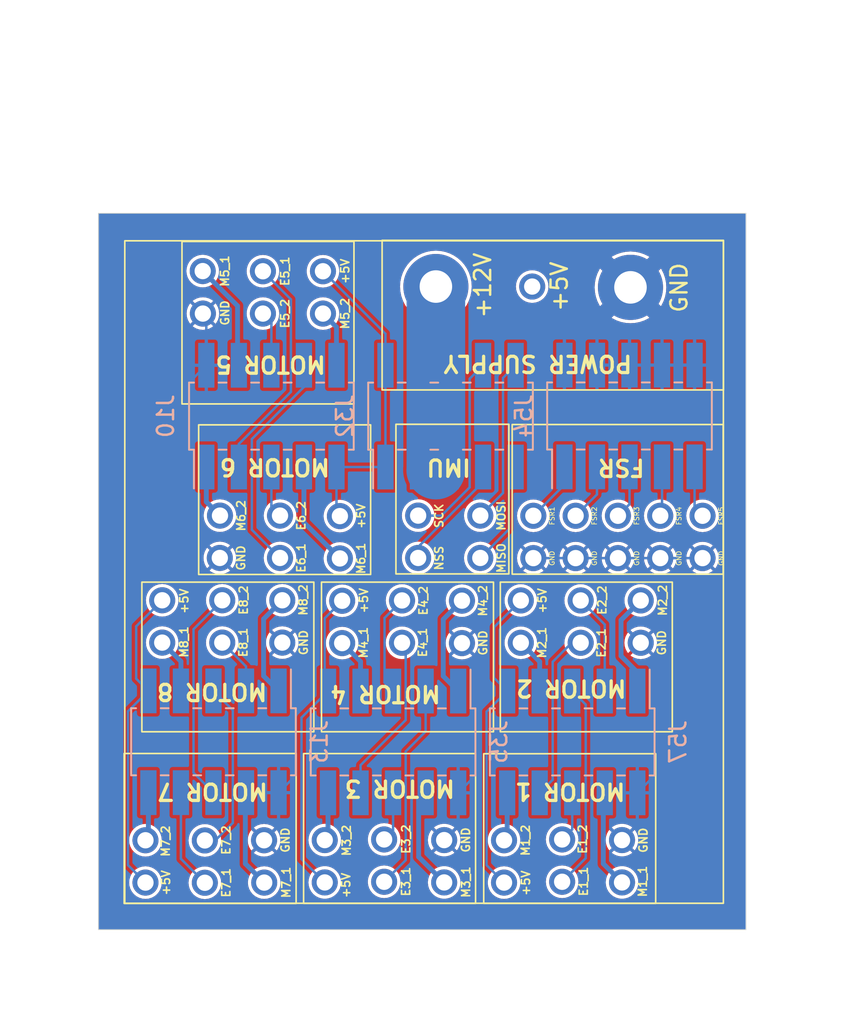
<source format=kicad_pcb>
(kicad_pcb (version 20240108) (generator "pcbnew") (generator_version "8.0")
  (layers (0 "F.Cu" signal) (1 "In1.Cu" power) (2 "In2.Cu" signal) (31 "B.Cu" signal) (34 "B.Paste" user) (35 "F.Paste" user) (36 "B.SilkS" user "B.Silkscreen") (37 "F.SilkS" user "F.Silkscreen") (38 "B.Mask" user) (39 "F.Mask" user) (44 "Edge.Cuts" user))
  (net 0 "")
  (net 1 "/+12V")
  (net 2 "/SCK_CON")
  (net 3 "/MOSI_CON")
  (net 4 "/NSS_CON")
  (net 5 "/MISO_CON")
  (net 6 "FSR2")
  (net 7 "FSR1")
  (net 8 "FSR5")
  (net 9 "FSR3")
  (net 10 "FSR4")
  (net 11 "ENC1_S1")
  (net 12 "M1_2")
  (net 13 "M1_1")
  (net 14 "GND")
  (net 15 "ENC1_S2")
  (net 16 "+5V")
  (net 17 "M8_1")
  (net 18 "ENC7_S2")
  (net 19 "ENC8_S2")
  (net 20 "ENC7_S1")
  (net 21 "M7_1")
  (net 22 "M8_2")
  (net 23 "ENC8_S1")
  (net 24 "M7_2")
  (net 25 "M2_2")
  (net 26 "ENC2_S1")
  (net 27 "ENC2_S2")
  (net 28 "M2_1")
  (net 29 "ENC4_S2")
  (net 30 "ENC3_S1")
  (net 31 "M4_1")
  (net 32 "M4_2")
  (net 33 "M3_1")
  (net 34 "ENC3_S2")
  (net 35 "M3_2")
  (net 36 "ENC4_S1")
  (net 37 "M5_2")
  (net 38 "M5_1")
  (net 39 "ENC5_S2")
  (net 40 "ENC5_S1")
  (net 41 "M6_2")
  (net 42 "ENC6_S1")
  (net 43 "M6_1")
  (net 44 "ENC6_S2")
  (footprint "Connector_Wire:SolderWire-0.1sqmm_1x01_D0.4mm_OD1mm" (layer "F.Cu") (at 165.96 103.62 -90)
    (property "Reference" "E4_2" (at 0.01 -1.31 90) (layer "F.SilkS") (effects (font (size 0.5 0.5) (thickness 0.1) (bold yes))))
    (property "Value" "Conn_01x01")
    (pad "1" thru_hole circle (at 0 0 270) (size 1.6 1.6) (drill 1) (layers "*.Cu" "*.Mask") (net 29 "ENC4_S2"))
  )
  (footprint "Connector_Wire:SolderWire-0.1sqmm_1x01_D0.4mm_OD1mm" (layer "F.Cu") (at 162.28 106.24 -90)
    (property "Reference" "M4_1" (at -0.03 -1.31 90) (layer "F.SilkS") (effects (font (size 0.5 0.5) (thickness 0.1) (bold yes))))
    (property "Value" "Conn_01x01")
    (pad "1" thru_hole circle (at 0 0 270) (size 1.6 1.6) (drill 1) (layers "*.Cu" "*.Mask") (net 31 "M4_1"))
  )
  (footprint "Connector_Wire:SolderWire-0.1sqmm_1x01_D0.4mm_OD1mm" (layer "F.Cu") (at 164.86 120.9 -90)
    (property "Reference" "E3_1" (at -0.01 -1.34 90) (layer "F.SilkS") (effects (font (size 0.5 0.5) (thickness 0.1) (bold yes))))
    (property "Value" "Conn_01x01")
    (pad "1" thru_hole circle (at 0 0 270) (size 1.6 1.6) (drill 1) (layers "*.Cu" "*.Mask") (net 30 "ENC3_S1"))
  )
  (footprint "Connector_Wire:SolderWire-0.1sqmm_1x01_D0.4mm_OD1mm" (layer "F.Cu") (at 176.63 98.42 -90)
    (property "Reference" "FSR2" (at 0.01 -1.15 90) (layer "F.SilkS") (effects (font (size 0.3 0.3) (thickness 0.05) (bold yes))))
    (property "Value" "Conn_01x01")
    (pad "1" thru_hole circle (at 0 0 270) (size 1.6 1.6) (drill 1) (layers "*.Cu" "*.Mask") (net 6 "FSR2"))
  )
  (footprint "Connector_Wire:SolderWire-0.1sqmm_1x01_D0.4mm_OD1mm" (layer "F.Cu") (at 170.77 98.41 -90)
    (property "Reference" "MOSI" (at 0.01 -1.29 90) (layer "F.SilkS") (effects (font (size 0.5 0.5) (thickness 0.1) (bold yes))))
    (property "Value" "Conn_01x01")
    (pad "1" thru_hole circle (at 0 0 270) (size 1.6 1.6) (drill 1) (layers "*.Cu" "*.Mask") (net 3 "/MOSI_CON"))
  )
  (footprint "Connector_Wire:SolderWire-0.1sqmm_1x01_D0.4mm_OD1mm" (layer "F.Cu") (at 181.83 98.42 -90)
    (property "Reference" "FSR4" (at 0.01 -1.15 90) (layer "F.SilkS") (effects (font (size 0.3 0.3) (thickness 0.05) (bold yes))))
    (property "Value" "Conn_01x01")
    (pad "1" thru_hole circle (at 0 0 270) (size 1.6 1.6) (drill 1) (layers "*.Cu" "*.Mask") (net 10 "FSR4"))
  )
  (footprint "Connector_Wire:SolderWire-0.1sqmm_1x01_D0.4mm_OD1mm" (layer "F.Cu") (at 154.76 101.01 -90)
    (property "Reference" "GND" (at 0 -1.3 90) (layer "F.SilkS") (effects (font (size 0.5 0.5) (thickness 0.1) (bold yes))))
    (property "Value" "Conn_01x01")
    (pad "1" thru_hole circle (at 0 0 270) (size 1.6 1.6) (drill 1) (layers "*.Cu" "*.Mask") (net 14 "GND"))
  )
  (footprint "Connector_Wire:SolderWire-0.1sqmm_1x01_D0.4mm_OD1mm" (layer "F.Cu") (at 150.19 118.35 -90)
    (property "Reference" "M7_2" (at 0.05 -1.24 -90) (layer "F.SilkS") (effects (font (size 0.5 0.5) (thickness 0.1))))
    (property "Value" "Conn_01x01")
    (pad "1" thru_hole circle (at 0 0 270) (size 1.6 1.6) (drill 1) (layers "*.Cu" "*.Mask") (net 24 "M7_2"))
  )
  (footprint "Connector_Wire:SolderWire-0.1sqmm_1x01_D0.4mm_OD1mm" (layer "F.Cu") (at 176.94 106.22 -90)
    (property "Reference" "E2_1" (at 0.01 -1.27 90) (layer "F.SilkS") (effects (font (size 0.5 0.5) (thickness 0.1) (bold yes))))
    (property "Value" "Conn_01x01")
    (pad "1" thru_hole circle (at 0 0 270) (size 1.6 1.6) (drill 1) (layers "*.Cu" "*.Mask") (net 26 "ENC2_S1"))
  )
  (footprint "Connector_Wire:SolderWire-0.1sqmm_1x01_D0.4mm_OD1mm" (layer "F.Cu") (at 184.43 98.42 -90)
    (property "Reference" "FSR5" (at 0.01 -1.15 90) (layer "F.SilkS") (effects (font (size 0.3 0.3) (thickness 0.05) (bold yes))))
    (property "Value" "Conn_01x01")
    (pad "1" thru_hole circle (at 0 0 270) (size 1.6 1.6) (drill 1) (layers "*.Cu" "*.Mask") (net 8 "FSR5"))
  )
  (footprint "Connector_Wire:SolderWire-0.1sqmm_1x01_D0.4mm_OD1mm" (layer "F.Cu") (at 168.55 120.94 -90)
    (property "Reference" "M3_1" (at -0.02 -1.34 90) (layer "F.SilkS") (effects (font (size 0.5 0.5) (thickness 0.1) (bold yes))))
    (property "Value" "Conn_01x01")
    (pad "1" thru_hole circle (at 0 0 270) (size 1.6 1.6) (drill 1) (layers "*.Cu" "*.Mask") (net 33 "M3_1"))
  )
  (footprint "Connector_Wire:SolderWire-0.1sqmm_1x01_D0.4mm_OD1mm" (layer "F.Cu") (at 176.63 101.02 -90)
    (property "Reference" "GND" (at 0.01 -1.15 90) (layer "F.SilkS") (effects (font (size 0.3 0.3) (thickness 0.05) (bold yes))))
    (property "Value" "Conn_01x01")
    (pad "1" thru_hole circle (at 0 0 270) (size 1.6 1.6) (drill 1) (layers "*.Cu" "*.Mask") (net 14 "GND"))
  )
  (footprint "Connector_Wire:SolderWire-0.1sqmm_1x01_D0.4mm_OD1mm" (layer "F.Cu") (at 174.03 101.02 -90)
    (property "Reference" "GND" (at 0.01 -1.15 90) (layer "F.SilkS") (effects (font (size 0.3 0.3) (thickness 0.05) (bold yes))))
    (property "Value" "Conn_01x01")
    (pad "1" thru_hole circle (at 0 0 270) (size 1.6 1.6) (drill 1) (layers "*.Cu" "*.Mask") (net 14 "GND"))
  )
  (footprint "Connector_Wire:SolderWire-0.1sqmm_1x01_D0.4mm_OD1mm" (layer "F.Cu") (at 174.03 98.42 -90)
    (property "Reference" "FSR1" (at 0.01 -1.15 90) (layer "F.SilkS") (effects (font (size 0.3 0.3) (thickness 0.05) (bold yes))))
    (property "Value" "Conn_01x01")
    (pad "1" thru_hole circle (at 0 0 270) (size 1.6 1.6) (drill 1) (layers "*.Cu" "*.Mask") (net 7 "FSR1"))
  )
  (footprint "Connector_Wire:SolderWire-0.1sqmm_1x01_D0.4mm_OD1mm" (layer "F.Cu") (at 170.77 101.01 -90)
    (property "Reference" "MISO" (at 0.01 -1.29 90) (layer "F.SilkS") (effects (font (size 0.5 0.5) (thickness 0.1) (bold yes))))
    (property "Value" "Conn_01x01")
    (pad "1" thru_hole circle (at 0 0 270) (size 1.6 1.6) (drill 1) (layers "*.Cu" "*.Mask") (net 5 "/MISO_CON"))
  )
  (footprint "Connector_Wire:SolderWire-0.1sqmm_1x01_D0.4mm_OD1mm" (layer "F.Cu") (at 179.23 101.02 -90)
    (property "Reference" "GND" (at 0.01 -1.15 90) (layer "F.SilkS") (effects (font (size 0.3 0.3) (thickness 0.05) (bold yes))))
    (property "Value" "Conn_01x01")
    (pad "1" thru_hole circle (at 0 0 270) (size 1.6 1.6) (drill 1) (layers "*.Cu" "*.Mask") (net 14 "GND"))
  )
  (footprint "Connector_Wire:SolderWire-0.1sqmm_1x01_D0.4mm_OD1mm" (layer "F.Cu") (at 168.55 118.34 -90)
    (property "Reference" "GND" (at -0.01 -1.33 90) (layer "F.SilkS") (effects (font (size 0.5 0.5) (thickness 0.1) (bold yes))))
    (property "Value" "Conn_01x01")
    (pad "1" thru_hole circle (at 0 0 270) (size 1.6 1.6) (drill 1) (layers "*.Cu" "*.Mask") (net 14 "GND"))
  )
  (footprint "Connector_Wire:SolderWire-0.1sqmm_1x01_D0.4mm_OD1mm" (layer "F.Cu") (at 154.91 106.21 -90)
    (property "Reference" "E8_1" (at -0.01 -1.29 90) (layer "F.SilkS") (effects (font (size 0.5 0.5) (thickness 0.1) (bold yes))))
    (property "Value" "Conn_01x01")
    (pad "1" thru_hole circle (at 0 0 270) (size 1.6 1.6) (drill 1) (layers "*.Cu" "*.Mask") (net 23 "ENC8_S1"))
  )
  (footprint "Connector_Wire:SolderWire-0.1sqmm_1x01_D0.4mm_OD1mm" (layer "F.Cu") (at 153.72 86 -90)
    (property "Reference" "GND" (at -0.04 -1.359999 90) (layer "F.SilkS") (effects (font (size 0.5 0.5) (thickness 0.1) (bold yes))))
    (property "Value" "Conn_01x01")
    (pad "1" thru_hole circle (at 0 0 270) (size 1.6 1.6) (drill 1) (layers "*.Cu" "*.Mask") (net 14 "GND"))
  )
  (footprint "Connector_Wire:SolderWire-0.1sqmm_1x01_D0.4mm_OD1mm" (layer "F.Cu") (at 164.86 118.3 -90)
    (property "Reference" "E3_2" (at -0.02 -1.35 90) (layer "F.SilkS") (effects (font (size 0.5 0.5) (thickness 0.1) (bold yes))))
    (property "Value" "Conn_01x01")
    (pad "1" thru_hole circle (at 0 0 270) (size 1.6 1.6) (drill 1) (layers "*.Cu" "*.Mask") (net 34 "ENC3_S2"))
  )
  (footprint "Connector_Wire:SolderWire-0.1sqmm_1x01_D0.4mm_OD1mm" (layer "F.Cu") (at 161.1 86 -90)
    (property "Reference" "M5_2" (at 0 -1.36 90) (layer "F.SilkS") (effects (font (size 0.5 0.5) (thickness 0.1) (bold yes))))
    (property "Value" "Conn_01x01")
    (pad "1" thru_hole circle (at 0 0 270) (size 1.6 1.6) (drill 1) (layers "*.Cu" "*.Mask") (net 37 "M5_2"))
  )
  (footprint "Connector_Wire:SolderWire-0.1sqmm_1x01_D0.4mm_OD1mm" (layer "F.Cu") (at 157.49 120.95 -90)
    (property "Reference" "M7_1" (at -0.01 -1.35 90) (layer "F.SilkS") (effects (font (size 0.5 0.5) (thickness 0.1) (bold yes))))
    (property "Value" "Conn_01x01")
    (pad "1" thru_hole circle (at 0 0 270) (size 1.6 1.6) (drill 1) (layers "*.Cu" "*.Mask") (net 21 "M7_1"))
  )
  (footprint "Connector_Wire:SolderWire-0.1sqmm_1x01_D0.4mm_OD1mm" (layer "F.Cu") (at 153.84 118.36 -90)
    (property "Reference" "E7_2" (at -0.02 -1.31 90) (layer "F.SilkS") (effects (font (size 0.5 0.5) (thickness 0.1) (bold yes))))
    (property "Value" "Conn_01x01")
    (pad "1" thru_hole circle (at 0 0 270) (size 1.6 1.6) (drill 1) (layers "*.Cu" "*.Mask") (net 18 "ENC7_S2"))
  )
  (footprint "Connector_Wire:SolderWire-0.1sqmm_1x01_D0.4mm_OD1mm" (layer "F.Cu") (at 176.94 103.62 -90)
    (property "Reference" "E2_2" (at -0.02 -1.32 90) (layer "F.SilkS") (effects (font (size 0.5 0.5) (thickness 0.1) (bold yes))))
    (property "Value" "Conn_01x01")
    (pad "1" thru_hole circle (at 0 0 270) (size 1.6 1.6) (drill 1) (layers "*.Cu" "*.Mask") (net 27 "ENC2_S2"))
  )
  (footprint "Connector_Wire:SolderWire-0.1sqmm_1x01_D0.4mm_OD1mm" (layer "F.Cu") (at 166.95 101.01 -90)
    (property "Reference" "NSS" (at 0.01 -1.29 90) (layer "F.SilkS") (effects (font (size 0.5 0.5) (thickness 0.1) (bold yes))))
    (property "Value" "Conn_01x01")
    (pad "1" thru_hole circle (at 0 0 270) (size 1.6 1.6) (drill 1) (layers "*.Cu" "*.Mask") (net 4 "/NSS_CON"))
  )
  (footprint "Connector_Wire:SolderWire-0.1sqmm_1x01_D0.4mm_OD1mm" (layer "F.Cu") (at 173.26 106.22 -90)
    (property "Reference" "M2_1" (at -0.01 -1.3 90) (layer "F.SilkS") (effects (font (size 0.5 0.5) (thickness 0.1) (bold yes))))
    (property "Value" "Conn_01x01")
    (pad "1" thru_hole circle (at 0 0 270) (size 1.6 1.6) (drill 1) (layers "*.Cu" "*.Mask") (net 28 "M2_1"))
  )
  (footprint "Connector_Wire:SolderWire-0.1sqmm_1x01_D0.4mm_OD1mm" (layer "F.Cu") (at 151.22 106.21 -90)
    (property "Reference" "M8_1" (at -0.04 -1.34 90) (layer "F.SilkS") (effects (font (size 0.5 0.5) (thickness 0.1) (bold yes))))
    (property "Value" "Conn_01x01")
    (pad "1" thru_hole circle (at 0 0 270) (size 1.6 1.6) (drill 1) (layers "*.Cu" "*.Mask") (net 17 "M8_1"))
  )
  (footprint "Connector_Wire:SolderWire-0.1sqmm_1x01_D0.4mm_OD1mm" (layer "F.Cu") (at 180.63 106.22 -90)
    (property "Reference" "GND" (at 0 -1.29 90) (layer "F.SilkS") (effects (font (size 0.5 0.5) (thickness 0.1) (bold yes))))
    (property "Value" "Conn_01x01")
    (pad "1" thru_hole circle (at 0 0 270) (size 1.6 1.6) (drill 1) (layers "*.Cu" "*.Mask") (net 14 "GND"))
  )
  (footprint "Connector_Wire:SolderWire-0.1sqmm_1x01_D0.4mm_OD1mm" (layer "F.Cu") (at 153.84 120.96 -90)
    (property "Reference" "E7_1" (at 0 -1.31 90) (layer "F.SilkS") (effects (font (size 0.5 0.5) (thickness 0.1) (bold yes))))
    (property "Value" "Conn_01x01")
    (pad "1" thru_hole circle (at 0 0 270) (size 1.6 1.6) (drill 1) (layers "*.Cu" "*.Mask") (net 20 "ENC7_S1"))
  )
  (footprint "Connector_Wire:SolderWire-0.1sqmm_1x01_D0.4mm_OD1mm" (layer "F.Cu") (at 161.21 120.94 -90)
    (property "Reference" "+5V" (at 0.18 -1.31 90) (layer "F.SilkS") (effects (font (size 0.5 0.5) (thickness 0.1) (bold yes))))
    (property "Value" "Conn_01x01")
    (pad "1" thru_hole circle (at 0 0 270) (size 1.6 1.6) (drill 1) (layers "*.Cu" "*.Mask") (net 16 "+5V"))
  )
  (footprint "Connector_Wire:SolderWire-0.1sqmm_1x01_D0.4mm_OD1mm" (layer "F.Cu") (at 161.21 118.34 -90)
    (property "Reference" "M3_2" (at 0.02 -1.34 90) (layer "F.SilkS") (effects (font (size 0.5 0.5) (thickness 0.1) (bold yes))))
    (property "Value" "Conn_01x01")
    (pad "1" thru_hole circle (at 0 0 270) (size 1.6 1.6) (drill 1) (layers "*.Cu" "*.Mask") (net 35 "M3_2"))
  )
  (footprint "Connector_Wire:SolderWire-0.1sqmm_1x01_D0.4mm_OD1mm" (layer "F.Cu") (at 162.14 101.04 -90)
    (property "Reference" "M6_1" (at 0 -1.3 90) (layer "F.SilkS") (effects (font (size 0.5 0.5) (thickness 0.1) (bold yes))))
    (property "Value" "Conn_01x01")
    (pad "1" thru_hole circle (at 0 0 270) (size 1.6 1.6) (drill 1) (layers "*.Cu" "*.Mask") (net 43 "M6_1"))
  )
  (footprint "Connector_Wire:SolderWire-0.1sqmm_1x01_D0.4mm_OD1mm" (layer "F.Cu") (at 179.23 98.42 -90)
    (property "Reference" "FSR3" (at 0.01 -1.15 90) (layer "F.SilkS") (effects (font (size 0.3 0.3) (thickness 0.05) (bold yes))))
    (property "Value" "Conn_01x01")
    (pad "1" thru_hole circle (at 0 0 270) (size 1.6 1.6) (drill 1) (layers "*.Cu" "*.Mask") (net 9 "FSR3"))
  )
  (footprint "Connector_Wire:SolderWire-0.1sqmm_1x01_D0.4mm_OD1mm" (layer "F.Cu") (at 157.41 86 -90)
    (property "Reference" "E5_2" (at 0 -1.36 90) (layer "F.SilkS") (effects (font (size 0.5 0.5) (thickness 0.1) (bold yes))))
    (property "Value" "Conn_01x01")
    (pad "1" thru_hole circle (at 0 0 270) (size 1.6 1.6) (drill 1) (layers "*.Cu" "*.Mask") (net 39 "ENC5_S2"))
  )
  (footprint "Connector_Wire:SolderWire-0.1sqmm_1x01_D0.4mm_OD1mm" (layer "F.Cu") (at 157.41 83.4 -90)
    (property "Reference" "E5_1" (at 0 -1.36 90) (layer "F.SilkS") (effects (font (size 0.5 0.5) (thickness 0.1) (bold yes))))
    (property "Value" "Conn_01x01")
    (pad "1" thru_hole circle (at 0 0 270) (size 1.6 1.6) (drill 1) (layers "*.Cu" "*.Mask") (net 40 "ENC5_S1"))
  )
  (footprint "Connector_Wire:SolderWire-0.1sqmm_1x01_D0.4mm_OD1mm" (layer "F.Cu") (at 157.48 118.35 -90)
    (property "Reference" "GND" (at -0.01 -1.31 90) (layer "F.SilkS") (effects (font (size 0.5 0.5) (thickness 0.1) (bold yes))))
    (property "Value" "Conn_01x01")
    (pad "1" thru_hole circle (at 0 0 270) (size 1.6 1.6) (drill 1) (layers "*.Cu" "*.Mask") (net 14 "GND"))
  )
  (footprint "Connector_Wire:SolderWire-0.1sqmm_1x01_D0.4mm_OD1mm" (layer "F.Cu") (at 153.71 83.39 -90)
    (property "Reference" "M5_1" (at 0 -1.36 90) (layer "F.SilkS") (effects (font (size 0.5 0.5) (thickness 0.1) (bold yes))))
    (property "Value" "Conn_01x01")
    (pad "1" thru_hole circle (at 0 0 270) (size 1.6 1.6) (drill 1) (layers "*.Cu" "*.Mask") (net 38 "M5_1"))
  )
  (footprint "Connector_Wire:SolderWire-0.1sqmm_1x01_D0.4mm_OD1mm" (layer "F.Cu") (at 151.22 103.61 -90)
    (property "Reference" "+5V" (at 0.05 -1.35 90) (layer "F.SilkS") (effects (font (size 0.5 0.5) (thickness 0.1) (bold yes))))
    (property "Value" "Conn_01x01")
    (pad "1" thru_hole circle (at 0 0 270) (size 1.6 1.6) (drill 1) (layers "*.Cu" "*.Mask") (net 16 "+5V"))
  )
  (footprint "Connector_Wire:SolderWire-0.1sqmm_1x01_D0.4mm_OD1mm" (layer "F.Cu") (at 179.48 120.94 -90)
    (property "Reference" "M1_1" (at -0.06 -1.27 90) (layer "F.SilkS") (effects (font (size 0.5 0.5) (thickness 0.1) (bold yes))))
    (property "Value" "Conn_01x01")
    (pad "1" thru_hole circle (at 0 0 270) (size 1.6 1.6) (drill 1) (layers "*.Cu" "*.Mask") (net 13 "M1_1"))
  )
  (footprint "Connector_Wire:SolderWire-0.1sqmm_1x01_D0.4mm_OD1mm" (layer "F.Cu") (at 158.46 101.01 -90)
    (property "Reference" "E6_1" (at 0 -1.3 90) (layer "F.SilkS") (effects (font (size 0.5 0.5) (thickness 0.1) (bold yes))))
    (property "Value" "Conn_01x01")
    (pad "1" thru_hole circle (at 0 0 270) (size 1.6 1.6) (drill 1) (layers "*.Cu" "*.Mask") (net 42 "ENC6_S1"))
  )
  (footprint "Connector_Wire:SolderWire-0.1sqmm_1x01_D0.4mm_OD1mm" (layer "F.Cu") (at 179.48 118.339999 -90)
    (property "Reference" "GND" (at 0.010001 -1.31 90) (layer "F.SilkS") (effects (font (size 0.5 0.5) (thickness 0.1) (bold yes))))
    (property "Value" "Conn_01x01")
    (pad "1" thru_hole circle (at 0 0 270) (size 1.6 1.6) (drill 1) (layers "*.Cu" "*.Mask") (net 14 "GND"))
  )
  (footprint "Connector_Wire:SolderWire-0.1sqmm_1x01_D0.4mm_OD1mm" (layer "F.Cu") (at 168.04 84.34)
    (property "Reference" "+12V" (at 2.88 -0.07 90) (layer "F.SilkS"))
    (property "Value" "Conn_01x01")
    (pad "1" thru_hole circle (at 0 0) (size 4 4) (drill 2) (layers "*.Cu" "*.Mask") (net 1 "/+12V"))
  )
  (footprint "Connector_Wire:SolderWire-0.1sqmm_1x01_D0.4mm_OD1mm" (layer "F.Cu") (at 180 84.39 90)
    (property "Reference" "GND" (at -0.02 2.99 90) (layer "F.SilkS"))
    (property "Value" "Conn_01x01")
    (pad "1" thru_hole circle (at 0 0 90) (size 4 4) (drill 2) (layers "*.Cu" "*.Mask") (net 14 "GND"))
  )
  (footprint "Connector_Wire:SolderWire-0.1sqmm_1x01_D0.4mm_OD1mm" (layer "F.Cu") (at 175.799999 120.9 -90)
    (property "Reference" "E1_1" (at -0.02 -1.320001 90) (layer "F.SilkS") (effects (font (size 0.5 0.5) (thickness 0.1) (bold yes))))
    (property "Value" "Conn_01x01")
    (pad "1" thru_hole circle (at 0 0 270) (size 1.6 1.6) (drill 1) (layers "*.Cu" "*.Mask") (net 11 "ENC1_S1"))
  )
  (footprint "Connector_Wire:SolderWire-0.1sqmm_1x01_D0.4mm_OD1mm" (layer "F.Cu") (at 154.77 98.41 -90)
    (property "Reference" "M6_2" (at 0 -1.3 90) (layer "F.SilkS") (effects (font (size 0.5 0.5) (thickness 0.1) (bold yes))))
    (property "Value" "Conn_01x01")
    (pad "1" thru_hole circle (at 0 0 270) (size 1.6 1.6) (drill 1) (layers "*.Cu" "*.Mask") (net 41 "M6_2"))
  )
  (footprint "Connector_Wire:SolderWire-0.1sqmm_1x01_D0.4mm_OD1mm" (layer "F.Cu") (at 173.96 84.34)
    (property "Reference" "+5V" (at 1.67 0 90) (layer "F.SilkS"))
    (property "Value" "Conn_01x01")
    (pad "1" thru_hole circle (at 0 0) (size 1.6 1.6) (drill 1) (layers "*.Cu" "*.Mask") (net 16 "+5V"))
  )
  (footprint "Connector_Wire:SolderWire-0.1sqmm_1x01_D0.4mm_OD1mm" (layer "F.Cu") (at 169.642929 106.24 -90)
    (property "Reference" "GND" (at -0.012929 -1.297071 90) (layer "F.SilkS") (effects (font (size 0.5 0.5) (thickness 0.1) (bold yes))))
    (property "Value" "Conn_01x01")
    (pad "1" thru_hole circle (at 0 0 270) (size 1.6 1.6) (drill 1) (layers "*.Cu" "*.Mask") (net 14 "GND"))
  )
  (footprint "Connector_Wire:SolderWire-0.1sqmm_1x01_D0.4mm_OD1mm" (layer "F.Cu") (at 172.23 118.35 -90)
    (property "Reference" "M1_2" (at 0 -1.32 90) (layer "F.SilkS") (effects (font (size 0.5 0.5) (thickness 0.1) (bold yes))))
    (property "Value" "Conn_01x01")
    (pad "1" thru_hole circle (at 0 0 270) (size 1.6 1.6) (drill 1) (layers "*.Cu" "*.Mask") (net 12 "M1_2"))
  )
  (footprint "Connector_Wire:SolderWire-0.1sqmm_1x01_D0.4mm_OD1mm" (layer "F.Cu") (at 158.6 106.21 -90)
    (property "Reference" "GND" (at 0 -1.31 90) (layer "F.SilkS") (effects (font (size 0.5 0.5) (thickness 0.1) (bold yes))))
    (property "Value" "Conn_01x01")
    (pad "1" thru_hole circle (at 0 0 270) (size 1.6 1.6) (drill 1) (layers "*.Cu" "*.Mask") (net 14 "GND"))
  )
  (footprint "Connector_Wire:SolderWire-0.1sqmm_1x01_D0.4mm_OD1mm" (layer "F.Cu") (at 173.26 103.62 -90)
    (property "Reference" "+5V" (at 0.02 -1.32 90) (layer "F.SilkS") (effects (font (size 0.5 0.5) (thickness 0.1) (bold yes))))
    (property "Value" "Conn_01x01")
    (pad "1" thru_hole circle (at 0 0 270) (size 1.6 1.6) (drill 1) (layers "*.Cu" "*.Mask") (net 16 "+5V"))
  )
  (footprint "Connector_Wire:SolderWire-0.1sqmm_1x01_D0.4mm_OD1mm" (layer "F.Cu") (at 150.19 120.95 -90)
    (property "Reference" "+5V" (at 0.01 -1.26 90) (layer "F.SilkS") (effects (font (size 0.5 0.5) (thickness 0.1))))
    (property "Value" "Conn_01x01")
    (pad "1" thru_hole circle (at 0 0 270) (size 1.6 1.6) (drill 1) (layers "*.Cu" "*.Mask") (net 16 "+5V"))
  )
  (footprint "Connector_Wire:SolderWire-0.1sqmm_1x01_D0.4mm_OD1mm" (layer "F.Cu") (at 161.1 83.4 -90)
    (property "Reference" "+5V" (at 0 -1.36 90) (layer "F.SilkS") (effects (font (size 0.5 0.5) (thickness 0.1) (bold yes))))
    (property "Value" "Conn_01x01")
    (pad "1" thru_hole circle (at 0 0 270) (size 1.6 1.6) (drill 1) (layers "*.Cu" "*.Mask") (net 16 "+5V"))
  )
  (footprint "Connector_Wire:SolderWire-0.1sqmm_1x01_D0.4mm_OD1mm" (layer "F.Cu") (at 166.95 98.41 -90)
    (property "Reference" "SCK" (at 0.01 -1.29 90) (layer "F.SilkS") (effects (font (size 0.5 0.5) (thickness 0.1) (bold yes))))
    (property "Value" "Conn_01x01")
    (pad "1" thru_hole circle (at 0 0 270) (size 1.6 1.6) (drill 1) (layers "*.Cu" "*.Mask") (net 2 "/SCK_CON"))
  )
  (footprint "Connector_Wire:SolderWire-0.1sqmm_1x01_D0.4mm_OD1mm" (layer "F.Cu") (at 158.46 98.41 -90)
    (property "Reference" "E6_2" (at 0 -1.3 90) (layer "F.SilkS") (effects (font (size 0.5 0.5) (thickness 0.1) (bold yes))))
    (property "Value" "Conn_01x01")
    (pad "1" thru_hole circle (at 0 0 270) (size 1.6 1.6) (drill 1) (layers "*.Cu" "*.Mask") (net 44 "ENC6_S2"))
  )
  (footprint "Connector_Wire:SolderWire-0.1sqmm_1x01_D0.4mm_OD1mm" (layer "F.Cu") (at 180.63 103.62 -90)
    (property "Reference" "M2_2" (at -0.01 -1.35 90) (layer "F.SilkS") (effects (font (size 0.5 0.5) (thickness 0.1) (bold yes))))
    (property "Value" "Conn_01x01")
    (pad "1" thru_hole circle (at 0 0 270) (size 1.6 1.6) (drill 1) (layers "*.Cu" "*.Mask") (net 25 "M2_2"))
  )
  (footprint "Connector_Wire:SolderWire-0.1sqmm_1x01_D0.4mm_OD1mm" (layer "F.Cu") (at 154.91 103.61 -90)
    (property "Reference" "E8_2" (at -0.01 -1.31 90) (layer "F.SilkS") (effects (font (size 0.5 0.5) (thickness 0.1) (bold yes))))
    (property "Value" "Conn_01x01")
    (pad "1" thru_hole circle (at 0 0 270) (size 1.6 1.6) (drill 1) (layers "*.Cu" "*.Mask") (net 19 "ENC8_S2"))
  )
  (footprint "Connector_Wire:SolderWire-0.1sqmm_1x01_D0.4mm_OD1mm" (layer "F.Cu") (at 165.96 106.22 -90)
    (property "Reference" "E4_1" (at -0.02 -1.27 90) (layer "F.SilkS") (effects (font (size 0.5 0.5) (thickness 0.1) (bold yes))))
    (property "Value" "Conn_01x01")
    (pad "1" thru_hole circle (at 0 0 270) (size 1.6 1.6) (drill 1) (layers "*.Cu" "*.Mask") (net 36 "ENC4_S1"))
  )
  (footprint "Connector_Wire:SolderWire-0.1sqmm_1x01_D0.4mm_OD1mm" (layer "F.Cu") (at 175.799999 118.300001 -90)
    (property "Reference" "E1_2" (at -0.020001 -1.260001 90) (layer "F.SilkS") (effects (font (size 0.5 0.5) (thickness 0.1) (bold yes))))
    (property "Value" "Conn_01x01")
    (pad "1" thru_hole circle (at 0 0 270) (size 1.6 1.6) (drill 1) (layers "*.Cu" "*.Mask") (net 15 "ENC1_S2"))
  )
  (footprint "Connector_Wire:SolderWire-0.1sqmm_1x01_D0.4mm_OD1mm" (layer "F.Cu") (at 158.6 103.61 -90)
    (property "Reference" "M8_2" (at -0.02 -1.29 90) (layer "F.SilkS") (effects (font (size 0.5 0.5) (thickness 0.1) (bold yes))))
    (property "Value" "Conn_01x01")
    (pad "1" thru_hole circle (at 0 0 270) (size 1.6 1.6) (drill 1) (layers "*.Cu" "*.Mask") (net 22 "M8_2"))
  )
  (footprint "Connector_Wire:SolderWire-0.1sqmm_1x01_D0.4mm_OD1mm" (layer "F.Cu") (at 184.43 101.02 -90)
    (property "Reference" "GND" (at 0.01 -1.15 90) (layer "F.SilkS") (effects (font (size 0.3 0.3) (thickness 0.05) (bold yes))))
    (property "Value" "Conn_01x01")
    (pad "1" thru_hole circle (at 0 0 270) (size 1.6 1.6) (drill 1) (layers "*.Cu" "*.Mask") (net 14 "GND"))
  )
  (footprint "Connector_Wire:SolderWire-0.1sqmm_1x01_D0.4mm_OD1mm" (layer "F.Cu") (at 181.83 101.02 -90)
    (property "Reference" "GND" (at 0.01 -1.15 90) (layer "F.SilkS") (effects (font (size 0.3 0.3) (thickness 0.05) (bold yes))))
    (property "Value" "Conn_01x01")
    (pad "1" thru_hole circle (at 0 0 270) (size 1.6 1.6) (drill 1) (layers "*.Cu" "*.Mask") (net 14 "GND"))
  )
  (footprint "Connector_Wire:SolderWire-0.1sqmm_1x01_D0.4mm_OD1mm" (layer "F.Cu") (at 162.14 98.44 -90)
    (property "Reference" "+5V" (at 0 -1.3 90) (layer "F.SilkS") (effects (font (size 0.5 0.5) (thickness 0.1) (bold yes))))
    (property "Value" "Conn_01x01")
    (pad "1" thru_hole circle (at 0 0 270) (size 1.6 1.6) (drill 1) (layers "*.Cu" "*.Mask") (net 16 "+5V"))
  )
  (footprint "Connector_Wire:SolderWire-0.1sqmm_1x01_D0.4mm_OD1mm" (layer "F.Cu") (at 172.23 120.95 -90)
    (property "Reference" "+5V" (at 0.03 -1.34 90) (layer "F.SilkS") (effects (font (size 0.5 0.5) (thickness 0.1) (bold yes))))
    (property "Value" "Conn_01x01")
    (pad "1" thru_hole circle (at 0 0 270) (size 1.6 1.6) (drill 1) (layers "*.Cu" "*.Mask") (net 16 "+5V"))
  )
  (footprint "Connector_Wire:SolderWire-0.1sqmm_1x01_D0.4mm_OD1mm" (layer "F.Cu") (at 162.28 103.64 -90)
    (property "Reference" "+5V" (at -0.01 -1.33 90) (layer "F.SilkS") (effects (font (size 0.5 0.5) (thickness 0.1) (bold yes))))
    (property "Value" "Conn_01x01")
    (pad "1" thru_hole circle (at 0 0 270) (size 1.6 1.6) (drill 1) (layers "*.Cu" "*.Mask") (net 16 "+5V"))
  )
  (footprint "Connector_Wire:SolderWire-0.1sqmm_1x01_D0.4mm_OD1mm" (layer "F.Cu") (at 169.642929 103.632929 -90)
    (property "Reference" "M4_2" (at 0.007071 -1.287071 90) (layer "F.SilkS") (effects (font (size 0.5 0.5) (thickness 0.1) (bold yes))))
    (property "Value" "Conn_01x01")
    (pad "1" thru_hole circle (at 0 0 270) (size 1.6 1.6) (drill 1) (layers "*.Cu" "*.Mask") (net 32 "M4_2"))
  )
  (footprint "Connector_PinSocket_2.00mm:PinSocket_2x05_P2.00mm_Vertical_SMD" (layer "B.Cu") (at 179.94 92.29 -90)
    (property "Reference" "J54" (at 0 6.5 90) (layer "B.SilkS") (effects (justify mirror)))
    (property "Value" "Conn_02x05_Odd_Even")
    (pad "1" smd rect (at 3.125 4 270) (size 2.75 1) (layers "B.Cu" "B.Paste" "B.Mask") (net 7 "FSR1"))
    (pad "2" smd rect (at -3.125 4 270) (size 2.75 1) (layers "B.Cu" "B.Paste" "B.Mask") (net 14 "GND"))
    (pad "3" smd rect (at 3.125 2 270) (size 2.75 1) (layers "B.Cu" "B.Paste" "B.Mask") (net 6 "FSR2"))
    (pad "4" smd rect (at -3.125 2 270) (size 2.75 1) (layers "B.Cu" "B.Paste" "B.Mask") (net 14 "GND"))
    (pad "5" smd rect (at 3.125 0 270) (size 2.75 1) (layers "B.Cu" "B.Paste" "B.Mask") (net 9 "FSR3"))
    (pad "6" smd rect (at -3.125 0 270) (size 2.75 1) (layers "B.Cu" "B.Paste" "B.Mask") (net 14 "GND"))
    (pad "7" smd rect (at 3.125 -2 270) (size 2.75 1) (layers "B.Cu" "B.Paste" "B.Mask") (net 10 "FSR4"))
    (pad "8" smd rect (at -3.125 -2 270) (size 2.75 1) (layers "B.Cu" "B.Paste" "B.Mask") (net 14 "GND"))
    (pad "9" smd rect (at 3.125 -4 270) (size 2.75 1) (layers "B.Cu" "B.Paste" "B.Mask") (net 8 "FSR5"))
    (pad "10" smd rect (at -3.125 -4 270) (size 2.75 1) (layers "B.Cu" "B.Paste" "B.Mask") (net 14 "GND"))
  )
  (footprint "Connector_PinSocket_2.00mm:PinSocket_2x05_P2.00mm_Vertical_SMD" (layer "B.Cu") (at 154.37 112.3 90)
    (property "Reference" "J13" (at 0 6.5 90) (layer "B.SilkS") (effects (justify mirror)))
    (property "Value" "Conn_02x05_Odd_Even")
    (pad "1" smd rect (at 3.125 4 90) (size 2.75 1) (layers "B.Cu" "B.Paste" "B.Mask") (net 22 "M8_2"))
    (pad "2" smd rect (at -3.125 4 90) (size 2.75 1) (layers "B.Cu" "B.Paste" "B.Mask") (net 14 "GND"))
    (pad "3" smd rect (at 3.125 2 90) (size 2.75 1) (layers "B.Cu" "B.Paste" "B.Mask") (net 23 "ENC8_S1"))
    (pad "4" smd rect (at -3.125 2 90) (size 2.75 1) (layers "B.Cu" "B.Paste" "B.Mask") (net 21 "M7_1"))
    (pad "5" smd rect (at 3.125 0 90) (size 2.75 1) (layers "B.Cu" "B.Paste" "B.Mask") (net 18 "ENC7_S2"))
    (pad "6" smd rect (at -3.125 0 90) (size 2.75 1) (layers "B.Cu" "B.Paste" "B.Mask") (net 19 "ENC8_S2"))
    (pad "7" smd rect (at 3.125 -2 90) (size 2.75 1) (layers "B.Cu" "B.Paste" "B.Mask") (net 17 "M8_1"))
    (pad "8" smd rect (at -3.125 -2 90) (size 2.75 1) (layers "B.Cu" "B.Paste" "B.Mask") (net 20 "ENC7_S1"))
    (pad "9" smd rect (at 3.125 -4 90) (size 2.75 1) (layers "B.Cu" "B.Paste" "B.Mask") (net 16 "+5V"))
    (pad "10" smd rect (at -3.125 -4 90) (size 2.75 1) (layers "B.Cu" "B.Paste" "B.Mask") (net 24 "M7_2"))
  )
  (footprint "Connector_PinSocket_2.00mm:PinSocket_2x05_P2.00mm_Vertical_SMD" (layer "B.Cu") (at 176.42 112.31 90)
    (property "Reference" "J57" (at 0 6.5 90) (layer "B.SilkS") (effects (justify mirror)))
    (property "Value" "Conn_02x05_Odd_Even")
    (pad "1" smd rect (at 3.125 4 90) (size 2.75 1) (layers "B.Cu" "B.Paste" "B.Mask") (net 25 "M2_2"))
    (pad "2" smd rect (at -3.125 4 90) (size 2.75 1) (layers "B.Cu" "B.Paste" "B.Mask") (net 14 "GND"))
    (pad "3" smd rect (at 3.125 2 90) (size 2.75 1) (layers "B.Cu" "B.Paste" "B.Mask") (net 27 "ENC2_S2"))
    (pad "4" smd rect (at -3.125 2 90) (size 2.75 1) (layers "B.Cu" "B.Paste" "B.Mask") (net 13 "M1_1"))
    (pad "5" smd rect (at 3.125 0 90) (size 2.75 1) (layers "B.Cu" "B.Paste" "B.Mask") (net 11 "ENC1_S1"))
    (pad "6" smd rect (at -3.125 0 90) (size 2.75 1) (layers "B.Cu" "B.Paste" "B.Mask") (net 15 "ENC1_S2"))
    (pad "7" smd rect (at 3.125 -2 90) (size 2.75 1) (layers "B.Cu" "B.Paste" "B.Mask") (net 28 "M2_1"))
    (pad "8" smd rect (at -3.125 -2 90) (size 2.75 1) (layers "B.Cu" "B.Paste" "B.Mask") (net 26 "ENC2_S1"))
    (pad "9" smd rect (at 3.125 -4 90) (size 2.75 1) (layers "B.Cu" "B.Paste" "B.Mask") (net 16 "+5V"))
    (pad "10" smd rect (at -3.125 -4 90) (size 2.75 1) (layers "B.Cu" "B.Paste" "B.Mask") (net 12 "M1_2"))
  )
  (footprint "Connector_PinSocket_2.00mm:PinSocket_2x05_P2.00mm_Vertical_SMD" (layer "B.Cu") (at 157.93 92.3 -90)
    (property "Reference" "J10" (at 0 6.5 90) (layer "B.SilkS") (effects (justify mirror)))
    (property "Value" "Conn_02x05_Odd_Even")
    (pad "1" smd rect (at 3.125 4 270) (size 2.75 1) (layers "B.Cu" "B.Paste" "B.Mask") (net 41 "M6_2"))
    (pad "2" smd rect (at -3.125 4 270) (size 2.75 1) (layers "B.Cu" "B.Paste" "B.Mask") (net 14 "GND"))
    (pad "3" smd rect (at 3.125 2 270) (size 2.75 1) (layers "B.Cu" "B.Paste" "B.Mask") (net 40 "ENC5_S1"))
    (pad "4" smd rect (at -3.125 2 270) (size 2.75 1) (layers "B.Cu" "B.Paste" "B.Mask") (net 38 "M5_1"))
    (pad "5" smd rect (at 3.125 0 270) (size 2.75 1) (layers "B.Cu" "B.Paste" "B.Mask") (net 44 "ENC6_S2"))
    (pad "6" smd rect (at -3.125 0 270) (size 2.75 1) (layers "B.Cu" "B.Paste" "B.Mask") (net 39 "ENC5_S2"))
    (pad "7" smd rect (at 3.125 -2 270) (size 2.75 1) (layers "B.Cu" "B.Paste" "B.Mask") (net 43 "M6_1"))
    (pad "8" smd rect (at -3.125 -2 270) (size 2.75 1) (layers "B.Cu" "B.Paste" "B.Mask") (net 42 "ENC6_S1"))
    (pad "9" smd rect (at 3.125 -4 270) (size 2.75 1) (layers "B.Cu" "B.Paste" "B.Mask") (net 16 "+5V"))
    (pad "10" smd rect (at -3.125 -4 270) (size 2.75 1) (layers "B.Cu" "B.Paste" "B.Mask") (net 37 "M5_2"))
  )
  (footprint "Connector_PinSocket_2.00mm:PinSocket_2x05_P2.00mm_Vertical_SMD" (layer "B.Cu") (at 168.94 92.3 -90)
    (property "Reference" "J32" (at 0 6.5 90) (layer "B.SilkS") (effects (justify mirror)))
    (property "Value" "Conn_02x05_Odd_Even")
    (pad "1" smd rect (at 3.125 4 270) (size 2.75 1) (layers "B.Cu" "B.Paste" "B.Mask") (net 16 "+5V"))
    (pad "2" smd rect (at -3.125 4 270) (size 2.75 1) (layers "B.Cu" "B.Paste" "B.Mask") (net 16 "+5V"))
    (pad "3" smd rect (at 3.125 2 270) (size 2.75 1) (layers "B.Cu" "B.Paste" "B.Mask") (net 1 "/+12V"))
    (pad "4" smd rect (at -3.125 2 270) (size 2.75 1) (layers "B.Cu" "B.Paste" "B.Mask") (net 1 "/+12V"))
    (pad "5" smd rect (at 3.125 0 270) (size 2.75 1) (layers "B.Cu" "B.Paste" "B.Mask") (net 1 "/+12V"))
    (pad "6" smd rect (at -3.125 0 270) (size 2.75 1) (layers "B.Cu" "B.Paste" "B.Mask") (net 1 "/+12V"))
    (pad "7" smd rect (at 3.125 -2 270) (size 2.75 1) (layers "B.Cu" "B.Paste" "B.Mask") (net 4 "/NSS_CON"))
    (pad "8" smd rect (at -3.125 -2 270) (size 2.75 1) (layers "B.Cu" "B.Paste" "B.Mask") (net 2 "/SCK_CON"))
    (pad "9" smd rect (at 3.125 -4 270) (size 2.75 1) (layers "B.Cu" "B.Paste" "B.Mask") (net 5 "/MISO_CON"))
    (pad "10" smd rect (at -3.125 -4 270) (size 2.75 1) (layers "B.Cu" "B.Paste" "B.Mask") (net 3 "/MOSI_CON"))
  )
  (footprint "Connector_PinSocket_2.00mm:PinSocket_2x05_P2.00mm_Vertical_SMD" (layer "B.Cu") (at 165.41 112.31 90)
    (property "Reference" "J35" (at 0 6.5 90) (layer "B.SilkS") (effects (justify mirror)))
    (property "Value" "Conn_02x05_Odd_Even")
    (pad "1" smd rect (at 3.125 4 90) (size 2.75 1) (layers "B.Cu" "B.Paste" "B.Mask") (net 32 "M4_2"))
    (pad "2" smd rect (at -3.125 4 90) (size 2.75 1) (layers "B.Cu" "B.Paste" "B.Mask") (net 14 "GND"))
    (pad "3" smd rect (at 3.125 2 90) (size 2.75 1) (layers "B.Cu" "B.Paste" "B.Mask") (net 30 "ENC3_S1"))
    (pad "4" smd rect (at -3.125 2 90) (size 2.75 1) (layers "B.Cu" "B.Paste" "B.Mask") (net 33 "M3_1"))
    (pad "5" smd rect (at 3.125 0 90) (size 2.75 1) (layers "B.Cu" "B.Paste" "B.Mask") (net 29 "ENC4_S2"))
    (pad "6" smd rect (at -3.125 0 90) (size 2.75 1) (layers "B.Cu" "B.Paste" "B.Mask") (net 34 "ENC3_S2"))
    (pad "7" smd rect (at 3.125 -2 90) (size 2.75 1) (layers "B.Cu" "B.Paste" "B.Mask") (net 31 "M4_1"))
    (pad "8" smd rect (at -3.125 -2 90) (size 2.75 1) (layers "B.Cu" "B.Paste" "B.Mask") (net 36 "ENC4_S1"))
    (pad "9" smd rect (at 3.125 -4 90) (size 2.75 1) (layers "B.Cu" "B.Paste" "B.Mask") (net 16 "+5V"))
    (pad "10" smd rect (at -3.125 -4 90) (size 2.75 1) (layers "B.Cu" "B.Paste" "B.Mask") (net 35 "M3_2"))
  )
  (gr_rect (start 161.01 102.495) (end 171.58 111.685) (stroke (width 0.1)) (fill none) (layer "F.SilkS"))
  (gr_rect (start 170.98 113.035) (end 181.55 122.225) (stroke (width 0.1)) (fill none) (layer "F.SilkS"))
  (gr_rect (start 153.46 92.835) (end 164.03 102.025) (stroke (width 0.1)) (fill none) (layer "F.SilkS"))
  (gr_rect (start 159.91 113.025) (end 170.48 122.225) (stroke (width 0.1)) (fill none) (layer "F.SilkS"))
  (gr_rect (start 165.585 92.8) (end 172.525 101.99) (stroke (width 0.1)) (fill none) (layer "F.SilkS"))
  (gr_rect (start 149.97 102.495) (end 160.54 111.685) (stroke (width 0.1)) (fill none) (layer "F.SilkS"))
  (gr_rect (start 164.735 81.5) (end 185.715 90.69) (stroke (width 0.1)) (fill none) (layer "F.SilkS"))
  (gr_rect (start 152.435 81.57) (end 163.005 91.55) (stroke (width 0.1)) (fill none) (layer "F.SilkS"))
  (gr_rect (start 172.73 92.815) (end 185.7 102.005) (stroke (width 0.1)) (fill none) (layer "F.SilkS"))
  (gr_rect (start 148.92 81.53) (end 185.71 122.22) (stroke (width 0.1)) (fill none) (layer "F.SilkS"))
  (gr_rect (start 172 102.495) (end 182.57 111.685) (stroke (width 0.1)) (fill none) (layer "F.SilkS"))
  (gr_rect (start 148.88 113.02) (end 159.45 122.23) (stroke (width 0.1)) (fill none) (layer "F.SilkS"))
  (gr_rect (start 147.3 79.84) (end 187.1 123.84) (stroke (width 0.05)) (fill none) (layer "Edge.Cuts"))
  (gr_text "MOTOR 3" (at 169.31 114.58 180) (layer "F.SilkS") (effects (font (size 1 1) (thickness 0.2) (bold yes)) (justify left bottom)))
  (gr_text "MOTOR 5" (at 161.37 88.53 180) (layer "F.SilkS") (effects (font (size 1 1) (thickness 0.2) (bold yes)) (justify left bottom)))
  (gr_text "MOTOR 6" (at 161.63 94.84 180) (layer "F.SilkS") (effects (font (size 1 1) (thickness 0.2) (bold yes)) (justify left bottom)))
  (gr_text "MOTOR 4" (at 168.433223 108.773223 180) (layer "F.SilkS") (effects (font (size 1 1) (thickness 0.2) (bold yes)) (justify left bottom)))
  (gr_text "FSR" (at 180.97 94.87 180) (layer "F.SilkS") (effects (font (size 1 1) (thickness 0.2) (bold yes)) (justify left bottom)))
  (gr_text "IMU" (at 170.29 94.86 180) (layer "F.SilkS") (effects (font (size 1 1) (thickness 0.2) (bold yes)) (justify left bottom)))
  (gr_text "MOTOR 8" (at 157.77 108.64 180) (layer "F.SilkS") (effects (font (size 1 1) (thickness 0.2) (bold yes)) (justify left bottom)))
  (gr_text "MOTOR 7" (at 157.81 114.77 180) (layer "F.SilkS") (effects (font (size 1 1) (thickness 0.2) (bold yes)) (justify left bottom)))
  (gr_text "MOTOR 2" (at 179.85 108.43 180) (layer "F.SilkS") (effects (font (size 1 1) (thickness 0.2) (bold yes)) (justify left bottom)))
  (gr_text "POWER SUPPLY" (at 180.2 88.49 180) (layer "F.SilkS") (effects (font (size 1 1) (thickness 0.2) (bold yes)) (justify left bottom)))
  (gr_text "MOTOR 1" (at 179.78 114.77 180) (layer "F.SilkS") (effects (font (size 1 1) (thickness 0.2) (bold yes)) (justify left bottom)))
  (segment (start 168.04 95.61) (end 168.03 95.61) (width 3.6) (layer "B.Cu") (net 1))
  (segment (start 168.04 84.34) (end 168.04 95.28) (width 3.6) (layer "B.Cu") (net 1))
  (segment (start 168.04 95.28) (end 168.04 95.61) (width 3.6) (layer "B.Cu") (net 1))
  (segment (start 168.38 98.41) (end 170.115 96.675) (width 0.15) (layer "B.Cu") (net 2))
  (segment (start 170.115 90) (end 170.94 89.175) (width 0.15) (layer "B.Cu") (net 2))
  (segment (start 166.95 98.41) (end 168.38 98.41) (width 0.15) (layer "B.Cu") (net 2))
  (segment (start 170.115 96.675) (end 170.115 90) (width 0.15) (layer "B.Cu") (net 2))
  (segment (start 170.77 98.41) (end 172.165 97.015) (width 0.15) (layer "B.Cu") (net 3))
  (segment (start 172.165 89.95) (end 172.94 89.175) (width 0.15) (layer "B.Cu") (net 3))
  (segment (start 172.165 97.015) (end 172.165 89.95) (width 0.15) (layer "B.Cu") (net 3))
  (segment (start 166.95 101.01) (end 166.95 100.334974) (width 0.15) (layer "B.Cu") (net 4))
  (segment (start 170.94 96.344974) (end 170.94 95.425) (width 0.15) (layer "B.Cu") (net 4))
  (segment (start 166.95 100.334974) (end 170.94 96.344974) (width 0.15) (layer "B.Cu") (net 4))
  (segment (start 172.53 99.25) (end 172.53 95.835) (width 0.15) (layer "B.Cu") (net 5))
  (segment (start 172.53 95.835) (end 172.94 95.425) (width 0.15) (layer "B.Cu") (net 5))
  (segment (start 170.77 101.01) (end 172.53 99.25) (width 0.15) (layer "B.Cu") (net 5))
  (segment (start 177.94 97.11) (end 176.63 98.42) (width 0.15) (layer "B.Cu") (net 6))
  (segment (start 177.94 95.415) (end 177.94 97.11) (width 0.15) (layer "B.Cu") (net 6))
  (segment (start 175.94 95.415) (end 175.94 96.51) (width 0.15) (layer "B.Cu") (net 7))
  (segment (start 175.94 96.51) (end 174.03 98.42) (width 0.15) (layer "B.Cu") (net 7))
  (segment (start 183.94 95.415) (end 183.94 97.93) (width 0.15) (layer "B.Cu") (net 8))
  (segment (start 183.94 97.93) (end 184.43 98.42) (width 0.15) (layer "B.Cu") (net 8))
  (segment (start 179.94 95.415) (end 179.94 97.71) (width 0.15) (layer "B.Cu") (net 9))
  (segment (start 179.94 97.71) (end 179.23 98.42) (width 0.15) (layer "B.Cu") (net 9))
  (segment (start 181.94 95.415) (end 181.94 98.31) (width 0.15) (layer "B.Cu") (net 10))
  (segment (start 181.94 98.31) (end 181.83 98.42) (width 0.15) (layer "B.Cu") (net 10))
  (segment (start 175.799999 120.9) (end 177.25 119.449999) (width 0.15) (layer "B.Cu") (net 11))
  (segment (start 177.25 110.015) (end 176.42 109.185) (width 0.15) (layer "B.Cu") (net 11))
  (segment (start 177.25 119.449999) (end 177.25 110.015) (width 0.15) (layer "B.Cu") (net 11))
  (segment (start 172.42 118.16) (end 172.23 118.35) (width 0.3) (layer "B.Cu") (net 12))
  (segment (start 172.42 115.435) (end 172.42 118.16) (width 0.3) (layer "B.Cu") (net 12))
  (segment (start 178.42 115.435) (end 178.33 115.525) (width 0.3) (layer "B.Cu") (net 13))
  (segment (start 178.33 119.79) (end 179.48 120.94) (width 0.3) (layer "B.Cu") (net 13))
  (segment (start 178.33 115.525) (end 178.33 119.79) (width 0.3) (layer "B.Cu") (net 13))
  (segment (start 178.06 86.33) (end 178.05 86.33) (width 1) (layer "F.Cu") (net 14))
  (segment (start 180 84.39) (end 178.06 86.33) (width 1) (layer "F.Cu") (net 14))
  (segment (start 180.41 83.99) (end 181.98 82.42) (width 1) (layer "F.Cu") (net 14))
  (segment (start 180 84.39) (end 181.9 86.29) (width 1) (layer "F.Cu") (net 14))
  (segment (start 180 84.39) (end 180.4 83.99) (width 1) (layer "F.Cu") (net 14))
  (segment (start 180 84.39) (end 178.07 82.46) (width 1) (layer "F.Cu") (net 14))
  (segment (start 180.4 83.99) (end 180.41 83.99) (width 1) (layer "F.Cu") (net 14))
  (segment (start 153.155 99.405) (end 153.155 89.95) (width 0.15) (layer "B.Cu") (net 14))
  (segment (start 184.43 101.02) (end 181.83 101.02) (width 0.15) (layer "B.Cu") (net 14))
  (segment (start 153.93 89.175) (end 153.93 86.21) (width 0.15) (layer "B.Cu") (net 14))
  (segment (start 180 84.39) (end 178.07 82.46) (width 1) (layer "B.Cu") (net 14))
  (segment (start 158.37 117.46) (end 157.48 118.35) (width 0.15) (layer "B.Cu") (net 14))
  (segment (start 181.97 86.36) (end 181.98 86.36) (width 1) (layer "B.Cu") (net 14))
  (segment (start 180 84.39) (end 179.99 84.39) (width 1.5) (layer "B.Cu") (net 14))
  (segment (start 180.42 115.435) (end 180.42 117.399999) (width 0.15) (layer "B.Cu") (net 14))
  (segment (start 170.442928 114.402072) (end 169.41 115.435) (width 0.15) (layer "B.Cu") (net 14))
  (segment (start 153.155 89.95) (end 153.93 89.175) (width 0.15) (layer "B.Cu") (net 14))
  (segment (start 159.399999 107.009999) (end 159.399999 114.395001) (width 0.15) (layer "B.Cu") (net 14))
  (segment (start 181.429999 114.425001) (end 180.42 115.435) (width 0.15) (layer "B.Cu") (net 14))
  (segment (start 180.63 106.22) (end 181.429999 107.019999) (width 0.15) (layer "B.Cu") (net 14))
  (segment (start 180 84.39) (end 178.05 86.34) (width 1) (layer "B.Cu") (net 14))
  (segment (start 180.42 117.399999) (end 179.48 118.339999) (width 0.15) (layer "B.Cu") (net 14))
  (segment (start 154.77 101.02) (end 153.155 99.405) (width 0.15) (layer "B.Cu") (net 14))
  (segment (start 176.63 101.02) (end 179.23 101.02) (width 0.15) (layer "B.Cu") (net 14))
  (segment (start 180 84.39) (end 181.93 82.46) (width 1) (layer "B.Cu") (net 14))
  (segment (start 181.93 82.46) (end 181.94 82.46) (width 1) (layer "B.Cu") (net 14))
  (segment (start 169.41 115.435) (end 169.41 117.48) (width 0.15) (layer "B.Cu") (net 14))
  (segment (start 159.399999 114.395001) (end 158.37 115.425) (width 0.15) (layer "B.Cu") (net 14))
  (segment (start 153.93 86.21) (end 153.72 86) (width 0.15) (layer "B.Cu") (net 14))
  (segment (start 158.37 115.425) (end 158.37 117.46) (width 0.15) (layer "B.Cu") (net 14))
  (segment (start 170.442928 107.022928) (end 170.442928 114.402072) (width 0.15) (layer "B.Cu") (net 14))
  (segment (start 158.6 106.21) (end 159.399999 107.009999) (width 0.15) (layer "B.Cu") (net 14))
  (segment (start 181.429999 107.019999) (end 181.429999 114.425001) (width 0.15) (layer "B.Cu") (net 14))
  (segment (start 180 84.39) (end 181.97 86.36) (width 1) (layer "B.Cu") (net 14))
  (segment (start 176.63 101.02) (end 174.415 101.02) (width 0.15) (layer "B.Cu") (net 14))
  (segment (start 169.41 117.48) (end 168.55 118.34) (width 0.15) (layer "B.Cu") (net 14))
  (segment (start 179.23 101.02) (end 181.83 101.02) (width 0.15) (layer "B.Cu") (net 14))
  (segment (start 169.642929 106.222929) (end 170.442928 107.022928) (width 0.15) (layer "B.Cu") (net 14))
  (segment (start 176.42 115.435) (end 176.42 117.68) (width 0.15) (layer "B.Cu") (net 15))
  (segment (start 176.42 117.68) (end 175.799999 118.300001) (width 0.15) (layer "B.Cu") (net 15))
  (segment (start 164.94 89.175) (end 164.94 95.425) (width 0.15) (layer "B.Cu") (net 16))
  (segment (start 159.78 110.815) (end 161.41 109.185) (width 0.15) (layer "B.Cu") (net 16))
  (segment (start 164.94 95.425) (end 161.93 95.425) (width 0.15) (layer "B.Cu") (net 16))
  (segment (start 171.62 105.26) (end 171.62 108.385) (width 0.15) (layer "B.Cu") (net 16))
  (segment (start 161.93 98.23) (end 162.14 98.44) (width 0.15) (layer "B.Cu") (net 16))
  (segment (start 171.62 108.385) (end 172.42 109.185) (width 0.15) (layer "B.Cu") (net 16))
  (segment (start 159.78 119.51) (end 159.78 110.815) (width 0.15) (layer "B.Cu") (net 16))
  (segment (start 171.155 119.875) (end 171.155 110.45) (width 0.15) (layer "B.Cu") (net 16))
  (segment (start 161.205 108.98) (end 161.41 109.185) (width 0.15) (layer "B.Cu") (net 16))
  (segment (start 171.155 110.45) (end 172.42 109.185) (width 0.15) (layer "B.Cu") (net 16))
  (segment (start 149.115 110.43) (end 150.37 109.175) (width 0.15) (layer "B.Cu") (net 16))
  (segment (start 164.94 89.175) (end 164.94 87.24) (width 0.15) (layer "B.Cu") (net 16))
  (segment (start 149.62 108.425) (end 150.37 109.175) (width 0.15) (layer "B.Cu") (net 16))
  (segment (start 150.19 120.95) (end 149.115 119.875) (width 0.15) (layer "B.Cu") (net 16))
  (segment (start 162.28 103.64) (end 161.205 104.715) (width 0.15) (layer "B.Cu") (net 16))
  (segment (start 149.115 119.875) (end 149.115 110.43) (width 0.15) (layer "B.Cu") (net 16))
  (segment (start 151.22 103.61) (end 149.62 105.21) (width 0.15) (layer "B.Cu") (net 16))
  (segment (start 173.26 103.62) (end 171.62 105.26) (width 0.15) (layer "B.Cu") (net 16))
  (segment (start 161.21 120.94) (end 159.78 119.51) (width 0.15) (layer "B.Cu") (net 16))
  (segment (start 161.93 95.425) (end 161.93 98.23) (width 0.15) (layer "B.Cu") (net 16))
  (segment (start 161.205 104.715) (end 161.205 108.98) (width 0.15) (layer "B.Cu") (net 16))
  (segment (start 164.94 87.24) (end 161.1 83.4) (width 0.15) (layer "B.Cu") (net 16))
  (segment (start 149.62 105.21) (end 149.62 108.425) (width 0.15) (layer "B.Cu") (net 16))
  (segment (start 172.23 120.95) (end 171.155 119.875) (width 0.15) (layer "B.Cu") (net 16))
  (segment (start 152.37 109.175) (end 152.37 107.36) (width 0.3) (layer "B.Cu") (net 17))
  (segment (start 152.37 107.36) (end 151.22 106.21) (width 0.3) (layer "B.Cu") (net 17))
  (segment (start 154.48 118.36) (end 155.56 117.28) (width 0.15) (layer "B.Cu") (net 18))
  (segment (start 153.84 118.36) (end 154.48 118.36) (width 0.15) (layer "B.Cu") (net 18))
  (segment (start 155.56 117.28) (end 155.56 110.365) (width 0.15) (layer "B.Cu") (net 18))
  (segment (start 155.56 110.365) (end 154.37 109.175) (width 0.15) (layer "B.Cu") (net 18))
  (segment (start 153.145 114.2) (end 154.37 115.425) (width 0.15) (layer "B.Cu") (net 19))
  (segment (start 154.91 103.62) (end 153.145 105.385) (width 0.15) (layer "B.Cu") (net 19))
  (segment (start 153.145 105.385) (end 153.145 114.2) (width 0.15) (layer "B.Cu") (net 19))
  (segment (start 153.84 120.96) (end 152.37 119.49) (width 0.15) (layer "B.Cu") (net 20))
  (segment (start 152.37 119.49) (end 152.37 115.425) (width 0.15) (layer "B.Cu") (net 20))
  (segment (start 157.49 120.95) (end 156.33 119.79) (width 0.3) (layer "B.Cu") (net 21))
  (segment (start 156.33 119.79) (end 156.33 115.465) (width 0.3) (layer "B.Cu") (net 21))
  (segment (start 156.33 115.465) (end 156.37 115.425) (width 0.3) (layer "B.Cu") (net 21))
  (segment (start 158.37 109.175) (end 157.45 108.255) (width 0.3) (layer "B.Cu") (net 22))
  (segment (start 157.45 108.255) (end 157.45 104.76) (width 0.3) (layer "B.Cu") (net 22))
  (segment (start 157.45 104.76) (end 158.6 103.61) (width 0.3) (layer "B.Cu") (net 22))
  (segment (start 156.37 107.67) (end 154.91 106.21) (width 0.15) (layer "B.Cu") (net 23))
  (segment (start 156.37 109.175) (end 156.37 107.67) (width 0.15) (layer "B.Cu") (net 23))
  (segment (start 150.37 115.425) (end 150.37 118.17) (width 0.3) (layer "B.Cu") (net 24))
  (segment (start 150.37 118.17) (end 150.19 118.35) (width 0.3) (layer "B.Cu") (net 24))
  (segment (start 179.42 107.03) (end 180.42 108.03) (width 0.3) (layer "B.Cu") (net 25))
  (segment (start 180.42 108.03) (end 180.42 109.185) (width 0.3) (layer "B.Cu") (net 25))
  (segment (start 179.42 104.83) (end 179.42 107.03) (width 0.3) (layer "B.Cu") (net 25))
  (segment (start 180.63 103.62) (end 179.42 104.83) (width 0.3) (layer "B.Cu") (net 25))
  (segment (start 175.22 107.39) (end 175.22 114.635) (width 0.15) (layer "B.Cu") (net 26))
  (segment (start 175.22 114.635) (end 174.42 115.435) (width 0.15) (layer "B.Cu") (net 26))
  (segment (start 176.94 106.22) (end 176.39 106.22) (width 0.15) (layer "B.Cu") (net 26))
  (segment (start 176.39 106.22) (end 175.22 107.39) (width 0.15) (layer "B.Cu") (net 26))
  (segment (start 178.42 105.1) (end 176.94 103.62) (width 0.15) (layer "B.Cu") (net 27))
  (segment (start 178.42 109.185) (end 178.42 105.1) (width 0.15) (layer "B.Cu") (net 27))
  (segment (start 174.42 107.38) (end 173.26 106.22) (width 0.3) (layer "B.Cu") (net 28))
  (segment (start 174.42 109.185) (end 174.42 107.38) (width 0.3) (layer "B.Cu") (net 28))
  (segment (start 164.885 104.695) (end 164.885 108.66) (width 0.15) (layer "B.Cu") (net 29))
  (segment (start 165.96 103.62) (end 164.885 104.695) (width 0.15) (layer "B.Cu") (net 29))
  (segment (start 164.885 108.66) (end 165.41 109.185) (width 0.15) (layer "B.Cu") (net 29))
  (segment (start 164.86 120.9) (end 166.185 119.575) (width 0.15) (layer "B.Cu") (net 30))
  (segment (start 166.185 119.575) (end 166.185 112.895) (width 0.15) (layer "B.Cu") (net 30))
  (segment (start 167.41 111.67) (end 167.41 109.185) (width 0.15) (layer "B.Cu") (net 30))
  (segment (start 166.185 112.895) (end 167.41 111.67) (width 0.15) (layer "B.Cu") (net 30))
  (segment (start 163.41 109.185) (end 163.41 107.37) (width 0.3) (layer "B.Cu") (net 31))
  (segment (start 163.41 107.37) (end 162.28 106.24) (width 0.3) (layer "B.Cu") (net 31))
  (segment (start 169.642929 103.632929) (end 168.492929 104.782929) (width 0.3) (layer "B.Cu") (net 32))
  (segment (start 168.492929 108.267929) (end 169.41 109.185) (width 0.3) (layer "B.Cu") (net 32))
  (segment (start 168.492929 104.782929) (end 168.492929 108.267929) (width 0.3) (layer "B.Cu") (net 32))
  (segment (start 166.98 115.865) (end 166.98 119.37) (width 0.3) (layer "B.Cu") (net 33))
  (segment (start 166.98 119.37) (end 168.55 120.94) (width 0.3) (layer "B.Cu") (net 33))
  (segment (start 167.41 115.435) (end 166.98 115.865) (width 0.3) (layer "B.Cu") (net 33))
  (segment (start 165.41 115.435) (end 165.41 117.75) (width 0.15) (layer "B.Cu") (net 34))
  (segment (start 165.41 117.75) (end 164.86 118.3) (width 0.15) (layer "B.Cu") (net 34))
  (segment (start 161.41 118.14) (end 161.21 118.34) (width 0.3) (layer "B.Cu") (net 35))
  (segment (start 161.41 115.435) (end 161.41 118.14) (width 0.3) (layer "B.Cu") (net 35))
  (segment (start 165.96 106.22) (end 166.185 106.445) (width 0.15) (layer "B.Cu") (net 36))
  (segment (start 166.185 106.445) (end 166.185 110.965) (width 0.15) (layer "B.Cu") (net 36))
  (segment (start 166.185 110.965) (end 163.41 113.74) (width 0.15) (layer "B.Cu") (net 36))
  (segment (start 163.41 113.74) (end 163.41 115.435) (width 0.15) (layer "B.Cu") (net 36))
  (segment (start 161.93 86.83) (end 161.1 86) (width 0.3) (layer "B.Cu") (net 37))
  (segment (start 161.93 89.175) (end 161.93 86.83) (width 0.3) (layer "B.Cu") (net 37))
  (segment (start 155.85 85.53) (end 155.85 89.095) (width 0.3) (layer "B.Cu") (net 38))
  (segment (start 155.85 89.095) (end 155.93 89.175) (width 0.3) (layer "B.Cu") (net 38))
  (segment (start 153.71 83.39) (end 155.85 85.53) (width 0.3) (layer "B.Cu") (net 38))
  (segment (start 157.93 89.175) (end 157.93 86.52) (width 0.15) (layer "B.Cu") (net 39))
  (segment (start 157.93 86.52) (end 157.41 86) (width 0.15) (layer "B.Cu") (net 39))
  (segment (start 159.13 90.81) (end 159.13 85.13) (width 0.15) (layer "B.Cu") (net 40))
  (segment (start 155.93 95.425) (end 155.93 94.01) (width 0.15) (layer "B.Cu") (net 40))
  (segment (start 155.93 94.01) (end 159.13 90.81) (width 0.15) (layer "B.Cu") (net 40))
  (segment (start 159.13 85.13) (end 157.41 83.41) (width 0.15) (layer "B.Cu") (net 40))
  (segment (start 153.93 97.56) (end 154.77 98.4) (width 0.3) (layer "B.Cu") (net 41))
  (segment (start 153.93 95.425) (end 153.93 97.56) (width 0.3) (layer "B.Cu") (net 41))
  (segment (start 156.73 93.704974) (end 156.73 99.28) (width 0.15) (layer "B.Cu") (net 42))
  (segment (start 156.73 99.28) (end 158.46 101.01) (width 0.15) (layer "B.Cu") (net 42))
  (segment (start 159.93 90.504974) (end 156.73 93.704974) (width 0.15) (layer "B.Cu") (net 42))
  (segment (start 159.93 89.175) (end 159.93 90.504974) (width 0.15) (layer "B.Cu") (net 42))
  (segment (start 159.93 98.83) (end 162.14 101.04) (width 0.3) (layer "B.Cu") (net 43))
  (segment (start 159.93 95.425) (end 159.93 98.83) (width 0.3) (layer "B.Cu") (net 43))
  (segment (start 157.93 97.88) (end 158.46 98.41) (width 0.15) (layer "B.Cu") (net 44))
  (segment (start 157.93 95.425) (end 157.93 97.88) (width 0.15) (layer "B.Cu") (net 44))
  (zone (net 14) (net_name "GND") (layer "F.Cu") (priority 3) (connect_pads (clearance 0.2)) (min_thickness 0.15) (fill yes (thermal_gap 0.2) (thermal_bridge_width 0.2))
    (polygon (pts (xy 141.54 67.6) (xy 192.95 66.74) (xy 192.66 129.21) (xy 141.25 129.64)))
  )
  (zone (net 14) (net_name "GND") (layer "B.Cu") (connect_pads (clearance 0.2)) (min_thickness 0.15) (fill yes (thermal_gap 0.2) (thermal_bridge_width 0.2))
    (polygon (pts (xy 145.7 72.05) (xy 188.5 71.48) (xy 188.64 125.33) (xy 145.27 125.33)))
  )
)
</source>
